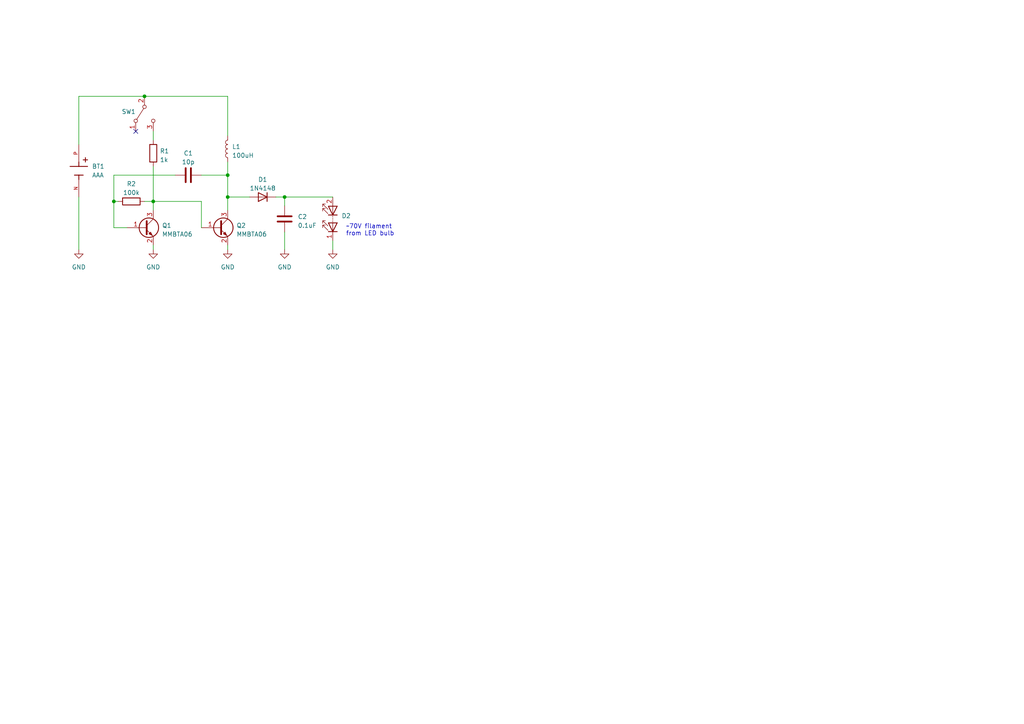
<source format=kicad_sch>
(kicad_sch (version 20230121) (generator eeschema)
  (paper "A4")
  (lib_symbols
    (symbol "Cloos Custom:1021" (pin_names (offset 1.016))
      (property "Reference" "BT" (at -3.81 3.81 0))
      (property "Value" "1021" (at -3.81 -5.08 0))
      (symbol "1021_0_0"
        (polyline (pts (xy -3.81 1.905) (xy -2.54 1.905)) (stroke (width 0.254)))
        (polyline (pts (xy -3.175 2.54) (xy -3.175 1.27)) (stroke (width 0.254)))
        (polyline (pts (xy -1.27 0) (xy -2.54 0)) (stroke (width 0.254)))
        (polyline (pts (xy -1.27 0) (xy -1.27 -2.54)) (stroke (width 0.254)))
        (polyline (pts (xy -1.27 2.54) (xy -1.27 0)) (stroke (width 0.254)))
        (polyline (pts (xy 1.27 0) (xy 1.27 -1.27)) (stroke (width 0.254)))
        (polyline (pts (xy 1.27 0) (xy 2.54 0)) (stroke (width 0.254)))
        (polyline (pts (xy 1.27 1.27) (xy 1.27 0)) (stroke (width 0.254)))
        (pin power_out line (at 7.62 0 180) (length 5.08) (name "~") (number "N"))
        (pin power_out line (at -7.62 0 0) (length 5.08) (name "~") (number "P"))
      )
    )
    (symbol "Cloos Custom:MMBTA06" (pin_names (offset 0) hide)
      (property "Reference" "Q" (at 5.08 1.905 0))
      (property "Value" "MMBTA06" (at 5.08 0 0))
      (symbol "MMBTA06_0_1"
        (polyline (pts (xy 0 0) (xy 0.635 0)))
        (polyline (pts (xy 0.635 0.635) (xy 2.54 2.54)))
        (polyline (pts (xy 0.635 -0.635) (xy 2.54 -2.54) (xy 2.54 -2.54)))
        (polyline (pts (xy 0.635 1.905) (xy 0.635 -1.905) (xy 0.635 -1.905)) (stroke (width 0.508)))
        (polyline (pts (xy 1.27 -1.778) (xy 1.778 -1.27) (xy 2.286 -2.286) (xy 1.27 -1.778) (xy 1.27 -1.778)) (fill (type outline)))
        (circle (center 1.27 0) (radius 2.8194) (stroke (width 0.254)))
      )
      (symbol "MMBTA06_1_1"
        (pin input line (at -5.08 0 0) (length 5.08) (name "B") (number "1"))
        (pin passive line (at 2.54 -5.08 90) (length 2.54) (name "E") (number "2"))
        (pin passive line (at 2.54 5.08 270) (length 2.54) (name "C") (number "3"))
      )
    )
    (symbol "Device:C" (pin_numbers hide) (pin_names (offset 0.254))
      (property "Reference" "C" (at 0.635 2.54 0))
      (property "Value" "C" (at 0.635 -2.54 0))
      (symbol "C_0_1"
        (polyline (pts (xy -2.032 -0.762) (xy 2.032 -0.762)) (stroke (width 0.508)))
        (polyline (pts (xy -2.032 0.762) (xy 2.032 0.762)) (stroke (width 0.508)))
      )
      (symbol "C_1_1"
        (pin passive line (at 0 3.81 270) (length 2.794) (name "~") (number "1"))
        (pin passive line (at 0 -3.81 90) (length 2.794) (name "~") (number "2"))
      )
    )
    (symbol "Device:L" (pin_numbers hide) (pin_names (offset 1.016) hide)
      (property "Reference" "L" (at -1.27 0 90))
      (property "Value" "L" (at 1.905 0 90))
      (symbol "L_0_1"
        (arc (start 0 -2.54) (mid 0.6323 -1.905) (end 0 -1.27))
        (arc (start 0 -1.27) (mid 0.6323 -0.635) (end 0 0))
        (arc (start 0 0) (mid 0.6323 0.635) (end 0 1.27))
        (arc (start 0 1.27) (mid 0.6323 1.905) (end 0 2.54))
      )
      (symbol "L_1_1"
        (pin passive line (at 0 3.81 270) (length 1.27) (name "1") (number "1"))
        (pin passive line (at 0 -3.81 90) (length 1.27) (name "2") (number "2"))
      )
    )
    (symbol "Device:LED_Series" (pin_names (offset 1.016) hide)
      (property "Reference" "D" (at 0 5.715 0))
      (property "Value" "LED_Series" (at 0 3.81 0))
      (symbol "LED_Series_0_1"
        (polyline (pts (xy -3.81 0) (xy -1.016 0)))
        (polyline (pts (xy -3.683 -1.27) (xy -3.683 1.27)) (stroke (width 0.254)))
        (polyline (pts (xy -0.508 0) (xy -0.762 0)))
        (polyline (pts (xy 0.127 0) (xy -0.127 0)))
        (polyline (pts (xy 0.508 0) (xy 0.762 0)))
        (polyline (pts (xy 1.016 0) (xy 3.81 0)))
        (polyline (pts (xy 1.143 -1.27) (xy 1.143 1.27)) (stroke (width 0.254)))
        (polyline (pts (xy -1.143 -1.27) (xy -1.143 1.27) (xy -3.683 0) (xy -1.143 -1.27)) (stroke (width 0.254)))
        (polyline (pts (xy 3.683 -1.27) (xy 3.683 1.27) (xy 1.143 0) (xy 3.683 -1.27)) (stroke (width 0.254)))
        (polyline (pts (xy -3.302 1.397) (xy -1.778 2.921) (xy -2.54 2.921) (xy -1.778 2.921) (xy -1.778 2.159)))
        (polyline (pts (xy -2.032 1.397) (xy -0.508 2.921) (xy -1.27 2.921) (xy -0.508 2.921) (xy -0.508 2.159)))
        (polyline (pts (xy 1.524 1.397) (xy 3.048 2.921) (xy 2.286 2.921) (xy 3.048 2.921) (xy 3.048 2.159)))
        (polyline (pts (xy 2.794 1.397) (xy 4.318 2.921) (xy 3.556 2.921) (xy 4.318 2.921) (xy 4.318 2.159)))
      )
      (symbol "LED_Series_1_1"
        (pin passive line (at -6.35 0 0) (length 2.54) (name "K") (number "1"))
        (pin passive line (at 6.35 0 180) (length 2.54) (name "A") (number "2"))
      )
    )
    (symbol "Device:R" (pin_numbers hide) (pin_names (offset 0))
      (property "Reference" "R" (at 2.032 0 90))
      (property "Value" "R" (at 0 0 90))
      (symbol "R_0_1"
        (rectangle (start -1.016 -2.54) (end 1.016 2.54) (stroke (width 0.254)))
      )
      (symbol "R_1_1"
        (pin passive line (at 0 3.81 270) (length 1.27) (name "~") (number "1"))
        (pin passive line (at 0 -3.81 90) (length 1.27) (name "~") (number "2"))
      )
    )
    (symbol "Diode:1N4148" (pin_numbers hide) (pin_names hide)
      (property "Reference" "D" (at 0 2.54 0))
      (property "Value" "1N4148" (at 0 -2.54 0))
      (symbol "1N4148_0_1"
        (polyline (pts (xy -1.27 1.27) (xy -1.27 -1.27)) (stroke (width 0.254)))
        (polyline (pts (xy 1.27 0) (xy -1.27 0)))
        (polyline (pts (xy 1.27 1.27) (xy 1.27 -1.27) (xy -1.27 0) (xy 1.27 1.27)) (stroke (width 0.254)))
      )
      (symbol "1N4148_1_1"
        (pin passive line (at -3.81 0 0) (length 2.54) (name "K") (number "1"))
        (pin passive line (at 3.81 0 180) (length 2.54) (name "A") (number "2"))
      )
    )
    (symbol "Switch:SW_SPDT" (pin_names (offset 0) hide)
      (property "Reference" "SW" (at 0 4.318 0))
      (property "Value" "SW_SPDT" (at 0 -5.08 0))
      (symbol "SW_SPDT_0_0"
        (circle (center -2.032 0) (radius 0.508))
        (circle (center 2.032 -2.54) (radius 0.508))
      )
      (symbol "SW_SPDT_0_1"
        (polyline (pts (xy -1.524 0.254) (xy 1.651 2.286)))
        (circle (center 2.032 2.54) (radius 0.508))
      )
      (symbol "SW_SPDT_1_1"
        (pin passive line (at 5.08 2.54 180) (length 2.54) (name "A") (number "1"))
        (pin passive line (at -5.08 0 0) (length 2.54) (name "B") (number "2"))
        (pin passive line (at 5.08 -2.54 180) (length 2.54) (name "C") (number "3"))
      )
    )
    (symbol "power:GND" (power) (pin_names (offset 0))
      (property "Value" "GND" (at 0 -3.81 0))
      (symbol "GND_0_1"
        (polyline (pts (xy 0 0) (xy 0 -1.27) (xy 1.27 -1.27) (xy 0 -2.54) (xy -1.27 -1.27) (xy 0 -1.27)))
      )
      (symbol "GND_1_1"
        (pin power_in line (at 0 0 270) (length 0) hide (name "GND") (number "1"))
      )
    )
  )
  (junction (at 66.04 57.15))
  (junction (at 41.91 27.94))
  (junction (at 66.04 50.8))
  (junction (at 82.55 57.15))
  (junction (at 44.45 58.42))
  (junction (at 33.02 58.42))
  (no_connect (at 39.37 38.1))
  (wire (pts (xy 66.04 71.12) (xy 66.04 72.39)))
  (wire (pts (xy 44.45 48.26) (xy 44.45 58.42)))
  (wire (pts (xy 58.42 58.42) (xy 44.45 58.42)))
  (wire (pts (xy 41.91 58.42) (xy 44.45 58.42)))
  (wire (pts (xy 22.86 57.15) (xy 22.86 72.39)))
  (wire (pts (xy 82.55 57.15) (xy 96.52 57.15)))
  (wire (pts (xy 58.42 50.8) (xy 66.04 50.8)))
  (wire (pts (xy 44.45 38.1) (xy 44.45 40.64)))
  (wire (pts (xy 44.45 71.12) (xy 44.45 72.39)))
  (wire (pts (xy 66.04 46.99) (xy 66.04 50.8)))
  (wire (pts (xy 82.55 67.31) (xy 82.55 72.39)))
  (wire (pts (xy 33.02 66.04) (xy 36.83 66.04)))
  (wire (pts (xy 96.52 69.85) (xy 96.52 72.39)))
  (wire (pts (xy 22.86 27.94) (xy 41.91 27.94)))
  (wire (pts (xy 66.04 57.15) (xy 66.04 60.96)))
  (wire (pts (xy 66.04 50.8) (xy 66.04 57.15)))
  (wire (pts (xy 44.45 58.42) (xy 44.45 60.96)))
  (wire (pts (xy 33.02 58.42) (xy 34.29 58.42)))
  (wire (pts (xy 41.91 27.94) (xy 66.04 27.94)))
  (wire (pts (xy 80.01 57.15) (xy 82.55 57.15)))
  (wire (pts (xy 50.8 50.8) (xy 33.02 50.8)))
  (wire (pts (xy 33.02 50.8) (xy 33.02 58.42)))
  (wire (pts (xy 33.02 58.42) (xy 33.02 66.04)))
  (wire (pts (xy 82.55 57.15) (xy 82.55 59.69)))
  (wire (pts (xy 66.04 39.37) (xy 66.04 27.94)))
  (wire (pts (xy 58.42 66.04) (xy 58.42 58.42)))
  (wire (pts (xy 22.86 41.91) (xy 22.86 27.94)))
  (wire (pts (xy 66.04 57.15) (xy 72.39 57.15)))
  (text "~70V filament\nfrom LED bulb" (at 100.33 68.58 0) (effects (font (size 1.27 1.27)) (justify left bottom)))
  (symbol (lib_id "Diode:1N4148") (at 76.2 57.15 180) (unit 1)
    (property "Reference" "D1" (at 76.2 52.07 0))
    (property "Value" "1N4148" (at 76.2 54.61 0))
    (property "Footprint" "Diode_SMD:D_SOD-123" (effects hide))
    (property "Datasheet" "https://assets.nexperia.com/documents/data-sheet/1N4148_1N4448.pdf" (effects hide))
    (property "Sim.Device" "D" (effects hide))
    (property "Sim.Pins" "1=K 2=A" (effects hide))
    (property "LCSC" "C81598" (effects hide))
  )
  (symbol (lib_id "Device:C") (at 54.61 50.8 90) (unit 1)
    (property "Reference" "C1" (at 54.61 44.45 90))
    (property "Value" "10p" (at 54.61 46.99 90))
    (property "Footprint" "Capacitor_SMD:C_0603_1608Metric" (effects hide))
    (property "Sim.Device" "C" (effects hide))
    (property "Sim.Pins" "1=+ 2=-" (effects hide))
    (property "LCSC" "C1634" (effects hide))
  )
  (symbol (lib_id "Device:L") (at 66.04 43.18 180) (unit 1)
    (property "Reference" "L1" (at 67.31 42.545 0) (effects (justify right)))
    (property "Value" "100uH" (at 67.31 45.085 0) (effects (justify right)))
    (property "Footprint" "Inductor_SMD:L_Bourns-SRN8040_8x8.15mm" (effects hide))
    (property "LCSC" "C5127433" (effects hide))
  )
  (symbol (lib_id "Device:R") (at 38.1 58.42 90) (unit 1)
    (property "Reference" "R2" (at 38.1 53.34 90))
    (property "Value" "100k" (at 38.1 55.88 90))
    (property "Footprint" "Resistor_SMD:R_0805_2012Metric" (effects hide))
    (property "LCSC" "C149504" (effects hide))
  )
  (symbol (lib_id "power:GND") (at 22.86 72.39 0) (unit 1)
    (property "Reference" "#PWR01" (effects hide))
    (property "Value" "GND" (at 22.86 77.47 0))
  )
  (symbol (lib_id "Cloos Custom:MMBTA06") (at 41.91 66.04 0) (unit 1)
    (property "Reference" "Q1" (at 46.99 65.405 0) (effects (justify left)))
    (property "Value" "MMBTA06" (at 46.99 67.945 0) (effects (justify left)))
    (property "Footprint" "Package_TO_SOT_SMD:SOT-23" (effects hide))
    (property "Datasheet" "https://wmsc.lcsc.com/wmsc/upload/file/pdf/v2/lcsc/2008011835_LGE-MMBTA06_C713285.pdf" (effects hide))
    (property "Sim.Device" "NPN" (effects hide))
    (property "Sim.Type" "VBIC" (effects hide))
    (property "Sim.Pins" "1=C 2=B 3=E" (effects hide))
    (property "LCSC" "C713285" (effects hide))
  )
  (symbol (lib_id "power:GND") (at 82.55 72.39 0) (unit 1)
    (property "Reference" "#PWR04" (effects hide))
    (property "Value" "GND" (at 82.55 77.47 0))
  )
  (symbol (lib_id "Switch:SW_SPDT") (at 41.91 33.02 90) (mirror x) (unit 1)
    (property "Reference" "SW1" (at 39.37 32.385 90) (effects (justify left)))
    (property "Value" "SW_SPST" (effects hide))
    (property "Footprint" "CloosCustom:SSSS811101" (effects hide))
    (property "LCSC" "C109335" (effects hide))
  )
  (symbol (lib_id "Cloos Custom:MMBTA06") (at 63.5 66.04 0) (unit 1)
    (property "Reference" "Q2" (at 68.58 65.405 0) (effects (justify left)))
    (property "Value" "MMBTA06" (at 68.58 67.945 0) (effects (justify left)))
    (property "Footprint" "Package_TO_SOT_SMD:SOT-23" (effects hide))
    (property "Datasheet" "https://wmsc.lcsc.com/wmsc/upload/file/pdf/v2/lcsc/2008011835_LGE-MMBTA06_C713285.pdf" (effects hide))
    (property "Sim.Device" "NPN" (effects hide))
    (property "Sim.Type" "VBIC" (effects hide))
    (property "Sim.Pins" "1=C 2=B 3=E" (effects hide))
    (property "LCSC" "C713285" (effects hide))
  )
  (symbol (lib_id "power:GND") (at 96.52 72.39 0) (unit 1)
    (property "Reference" "#PWR05" (effects hide))
    (property "Value" "GND" (at 96.52 77.47 0))
  )
  (symbol (lib_id "power:GND") (at 66.04 72.39 0) (unit 1)
    (property "Reference" "#PWR03" (effects hide))
    (property "Value" "GND" (at 66.04 77.47 0))
  )
  (symbol (lib_id "Cloos Custom:1021") (at 22.86 49.53 270) (unit 1)
    (property "Reference" "BT1" (at 26.67 48.26 90) (effects (justify left)))
    (property "Value" "AAA" (at 26.67 50.8 90) (effects (justify left)))
    (property "Footprint" "CloosCustom:BAT_1021" (effects hide))
    (property "PARTREV" "A" (effects hide))
    (property "STANDARD" "Manufacturer Recommendations" (effects hide))
    (property "SNAPEDA_PN" "1021" (effects hide))
    (property "MAXIMUM_PACKAGE_HEIGHT" "11.43mm" (effects hide))
    (property "MANUFACTURER" "Keystone" (effects hide))
    (property "Sim.Device" "V" (effects hide))
    (property "Sim.Type" "DC" (effects hide))
    (property "Sim.Pins" "N=+ P=-" (effects hide))
    (property "Sim.Params" "dc=1.5" (effects hide))
  )
  (symbol (lib_id "power:GND") (at 44.45 72.39 0) (unit 1)
    (property "Reference" "#PWR02" (effects hide))
    (property "Value" "GND" (at 44.45 77.47 0))
  )
  (symbol (lib_id "Device:LED_Series") (at 96.52 63.5 90) (unit 1)
    (property "Reference" "D2" (at 99.06 62.611 90) (effects (justify right)))
    (property "Value" "LED_Series" (effects hide))
    (property "Footprint" "CloosCustom:Filament" (effects hide))
    (property "Sim.Device" "D" (effects hide))
    (property "Sim.Pins" "1=A 2=K" (effects hide))
  )
  (symbol (lib_id "Device:R") (at 44.45 44.45 180) (unit 1)
    (property "Reference" "R1" (at 46.355 43.815 0) (effects (justify right)))
    (property "Value" "1k" (at 46.355 46.355 0) (effects (justify right)))
    (property "Footprint" "Resistor_SMD:R_0805_2012Metric" (effects hide))
    (property "Sim.Device" "R" (effects hide))
    (property "Sim.Pins" "1=+ 2=-" (effects hide))
    (property "LCSC" "C17513" (effects hide))
  )
  (symbol (lib_id "Device:C") (at 82.55 63.5 0) (unit 1)
    (property "Reference" "C2" (at 86.36 62.865 0) (effects (justify left)))
    (property "Value" "0.1uF" (at 86.36 65.405 0) (effects (justify left)))
    (property "Footprint" "Capacitor_SMD:C_0805_2012Metric" (effects hide))
    (property "Voltage" "100V" (effects hide))
    (property "LCSC" "C28233" (effects hide))
  )
)
</source>
